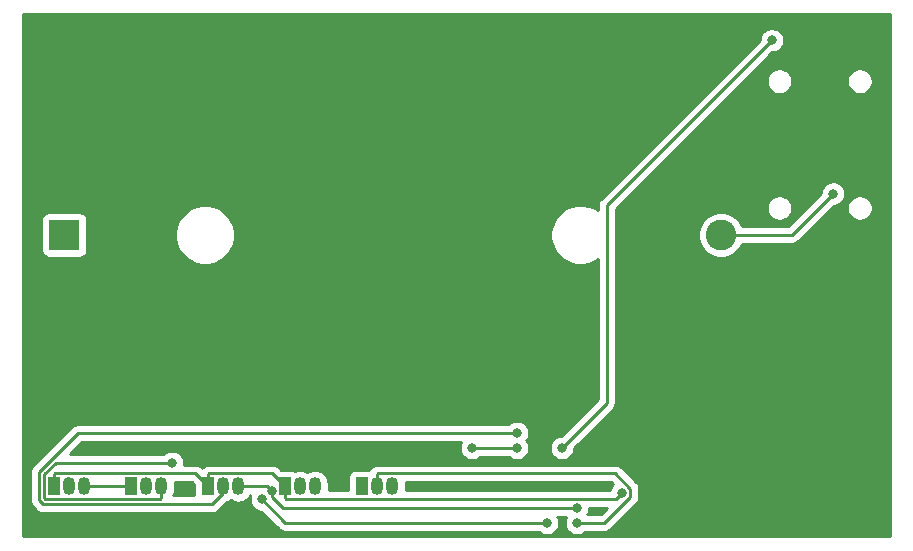
<source format=gbl>
G04 #@! TF.GenerationSoftware,KiCad,Pcbnew,5.1.9+dfsg1-1+deb11u1*
G04 #@! TF.CreationDate,2023-11-08T13:21:38-05:00*
G04 #@! TF.ProjectId,Unit1-04,556e6974-312d-4303-942e-6b696361645f,rev?*
G04 #@! TF.SameCoordinates,Original*
G04 #@! TF.FileFunction,Copper,L2,Bot*
G04 #@! TF.FilePolarity,Positive*
%FSLAX46Y46*%
G04 Gerber Fmt 4.6, Leading zero omitted, Abs format (unit mm)*
G04 Created by KiCad (PCBNEW 5.1.9+dfsg1-1+deb11u1) date 2023-11-08 13:21:38*
%MOMM*%
%LPD*%
G01*
G04 APERTURE LIST*
G04 #@! TA.AperFunction,ComponentPad*
%ADD10C,2.600000*%
G04 #@! TD*
G04 #@! TA.AperFunction,ComponentPad*
%ADD11R,2.600000X2.600000*%
G04 #@! TD*
G04 #@! TA.AperFunction,ComponentPad*
%ADD12O,1.050000X1.500000*%
G04 #@! TD*
G04 #@! TA.AperFunction,ComponentPad*
%ADD13R,1.050000X1.500000*%
G04 #@! TD*
G04 #@! TA.AperFunction,ViaPad*
%ADD14C,0.800000*%
G04 #@! TD*
G04 #@! TA.AperFunction,Conductor*
%ADD15C,0.250000*%
G04 #@! TD*
G04 #@! TA.AperFunction,NonConductor*
%ADD16C,0.254000*%
G04 #@! TD*
G04 #@! TA.AperFunction,NonConductor*
%ADD17C,0.100000*%
G04 #@! TD*
G04 APERTURE END LIST*
D10*
X165875001Y-91185001D03*
D11*
X110275001Y-91185001D03*
D12*
X110705001Y-112465001D03*
X111975001Y-112465001D03*
D13*
X109435001Y-112465001D03*
D12*
X117215001Y-112465001D03*
X118485001Y-112465001D03*
D13*
X115945001Y-112465001D03*
D12*
X123725001Y-112465001D03*
X124995001Y-112465001D03*
D13*
X122455001Y-112465001D03*
X128965001Y-112465001D03*
D12*
X131505001Y-112465001D03*
X130235001Y-112465001D03*
D13*
X135475001Y-112465001D03*
D12*
X138015001Y-112465001D03*
X136745001Y-112465001D03*
D14*
X175373288Y-87693552D03*
X165875001Y-91185001D03*
X119380000Y-110490000D03*
X118485001Y-112465001D03*
X110560003Y-112114991D03*
X144780000Y-109220000D03*
X148590000Y-109220000D03*
X157480000Y-113030000D03*
X128965001Y-112465001D03*
X122455001Y-112465001D03*
X109435001Y-112465001D03*
X148590000Y-107950000D03*
X123725001Y-112465001D03*
X153670000Y-114300000D03*
X127839999Y-112850000D03*
X151130000Y-115570000D03*
X127000000Y-113575000D03*
X153670000Y-115570000D03*
X136745001Y-112465001D03*
X170180000Y-74710001D03*
X152400000Y-109220000D03*
D15*
X171881839Y-91185001D02*
X165875001Y-91185001D01*
X175373288Y-87693552D02*
X171881839Y-91185001D01*
X118485001Y-113465001D02*
X118485001Y-112465001D01*
X118409991Y-113540011D02*
X118485001Y-113465001D01*
X108650009Y-113540011D02*
X118409991Y-113540011D01*
X108585000Y-113475002D02*
X108650009Y-113540011D01*
X108585000Y-111455000D02*
X108585000Y-113475002D01*
X109550000Y-110490000D02*
X108585000Y-111455000D01*
X119380000Y-110490000D02*
X109550000Y-110490000D01*
X110705001Y-112259989D02*
X110560003Y-112114991D01*
X110705001Y-112465001D02*
X110705001Y-112259989D01*
X144780000Y-109220000D02*
X148590000Y-109220000D01*
X111975001Y-112465001D02*
X115945001Y-112465001D01*
X128965001Y-113465001D02*
X128965001Y-112465001D01*
X129040011Y-113540011D02*
X128965001Y-113465001D01*
X156969989Y-113540011D02*
X129040011Y-113540011D01*
X157480000Y-113030000D02*
X156969989Y-113540011D01*
X122455001Y-111465001D02*
X122455001Y-112465001D01*
X122530011Y-111389991D02*
X122455001Y-111465001D01*
X127889991Y-111389991D02*
X122530011Y-111389991D01*
X128965001Y-112465001D02*
X127889991Y-111389991D01*
X109435001Y-111465001D02*
X109435001Y-112465001D01*
X109510011Y-111389991D02*
X109435001Y-111465001D01*
X121379991Y-111389991D02*
X109510011Y-111389991D01*
X122455001Y-112465001D02*
X121379991Y-111389991D01*
X123725001Y-113055003D02*
X123725001Y-112465001D01*
X122789983Y-113990021D02*
X123725001Y-113055003D01*
X108463609Y-113990021D02*
X122789983Y-113990021D01*
X108134991Y-113661403D02*
X108463609Y-113990021D01*
X108134990Y-111268600D02*
X108134991Y-113661403D01*
X111453590Y-107950000D02*
X108134990Y-111268600D01*
X148590000Y-107950000D02*
X111453590Y-107950000D01*
X127839999Y-113341997D02*
X127839999Y-112850000D01*
X128798002Y-114300000D02*
X127839999Y-113341997D01*
X153670000Y-114300000D02*
X128798002Y-114300000D01*
X127455000Y-112465001D02*
X127839999Y-112850000D01*
X124995001Y-112465001D02*
X127455000Y-112465001D01*
X128995000Y-115570000D02*
X127000000Y-113575000D01*
X151130000Y-115570000D02*
X128995000Y-115570000D01*
X136745001Y-111465001D02*
X136745001Y-112465001D01*
X136820011Y-111389991D02*
X136745001Y-111465001D01*
X156912993Y-111389991D02*
X136820011Y-111389991D01*
X158205001Y-112681999D02*
X156912993Y-111389991D01*
X158205001Y-113378001D02*
X158205001Y-112681999D01*
X156013002Y-115570000D02*
X158205001Y-113378001D01*
X153670000Y-115570000D02*
X156013002Y-115570000D01*
X156200002Y-88689999D02*
X170180000Y-74710001D01*
X156200002Y-105419998D02*
X156200002Y-88689999D01*
X152400000Y-109220000D02*
X156200002Y-105419998D01*
D16*
X180213000Y-116713000D02*
X106807000Y-116713000D01*
X106807000Y-111268600D01*
X107371314Y-111268600D01*
X107374990Y-111305923D01*
X107374992Y-113624071D01*
X107371315Y-113661403D01*
X107374992Y-113698735D01*
X107374992Y-113698736D01*
X107385989Y-113810389D01*
X107393132Y-113833937D01*
X107429445Y-113953649D01*
X107500017Y-114085679D01*
X107543782Y-114139006D01*
X107594991Y-114201404D01*
X107623989Y-114225202D01*
X107899805Y-114501018D01*
X107923608Y-114530022D01*
X108039333Y-114624995D01*
X108171362Y-114695567D01*
X108314623Y-114739024D01*
X108426276Y-114750021D01*
X108426285Y-114750021D01*
X108463608Y-114753697D01*
X108500931Y-114750021D01*
X122752661Y-114750021D01*
X122789983Y-114753697D01*
X122827305Y-114750021D01*
X122827316Y-114750021D01*
X122938969Y-114739024D01*
X123082230Y-114695567D01*
X123214259Y-114624995D01*
X123329984Y-114530022D01*
X123353787Y-114501019D01*
X124051717Y-113803089D01*
X124171061Y-113766886D01*
X124360002Y-113665895D01*
X124548942Y-113766886D01*
X124767602Y-113833216D01*
X124995001Y-113855613D01*
X125222401Y-113833216D01*
X125441061Y-113766886D01*
X125642580Y-113659172D01*
X125819213Y-113514213D01*
X125964172Y-113337580D01*
X126024346Y-113225001D01*
X126024698Y-113225001D01*
X126004774Y-113273102D01*
X125965000Y-113473061D01*
X125965000Y-113676939D01*
X126004774Y-113876898D01*
X126082795Y-114065256D01*
X126196063Y-114234774D01*
X126340226Y-114378937D01*
X126509744Y-114492205D01*
X126698102Y-114570226D01*
X126898061Y-114610000D01*
X126960199Y-114610000D01*
X128431201Y-116081003D01*
X128454999Y-116110001D01*
X128483997Y-116133799D01*
X128570723Y-116204974D01*
X128702753Y-116275546D01*
X128846014Y-116319003D01*
X128957667Y-116330000D01*
X128957676Y-116330000D01*
X128994999Y-116333676D01*
X129032322Y-116330000D01*
X150426289Y-116330000D01*
X150470226Y-116373937D01*
X150639744Y-116487205D01*
X150828102Y-116565226D01*
X151028061Y-116605000D01*
X151231939Y-116605000D01*
X151431898Y-116565226D01*
X151620256Y-116487205D01*
X151789774Y-116373937D01*
X151933937Y-116229774D01*
X152047205Y-116060256D01*
X152125226Y-115871898D01*
X152165000Y-115671939D01*
X152165000Y-115468061D01*
X152125226Y-115268102D01*
X152047205Y-115079744D01*
X152034013Y-115060000D01*
X152765987Y-115060000D01*
X152752795Y-115079744D01*
X152674774Y-115268102D01*
X152635000Y-115468061D01*
X152635000Y-115671939D01*
X152674774Y-115871898D01*
X152752795Y-116060256D01*
X152866063Y-116229774D01*
X153010226Y-116373937D01*
X153179744Y-116487205D01*
X153368102Y-116565226D01*
X153568061Y-116605000D01*
X153771939Y-116605000D01*
X153971898Y-116565226D01*
X154160256Y-116487205D01*
X154329774Y-116373937D01*
X154373711Y-116330000D01*
X155975680Y-116330000D01*
X156013002Y-116333676D01*
X156050324Y-116330000D01*
X156050335Y-116330000D01*
X156161988Y-116319003D01*
X156305249Y-116275546D01*
X156437278Y-116204974D01*
X156553003Y-116110001D01*
X156576806Y-116080997D01*
X158716005Y-113941799D01*
X158745002Y-113918002D01*
X158839975Y-113802277D01*
X158910547Y-113670248D01*
X158954004Y-113526987D01*
X158965001Y-113415334D01*
X158965001Y-113415326D01*
X158968677Y-113378001D01*
X158965001Y-113340676D01*
X158965001Y-112719321D01*
X158968677Y-112681998D01*
X158965001Y-112644675D01*
X158965001Y-112644666D01*
X158954004Y-112533013D01*
X158910547Y-112389752D01*
X158839975Y-112257723D01*
X158745002Y-112141998D01*
X158716004Y-112118200D01*
X157476797Y-110878994D01*
X157452994Y-110849990D01*
X157337269Y-110755017D01*
X157205240Y-110684445D01*
X157061979Y-110640988D01*
X156950326Y-110629991D01*
X156950315Y-110629991D01*
X156912993Y-110626315D01*
X156875671Y-110629991D01*
X136857333Y-110629991D01*
X136820010Y-110626315D01*
X136782688Y-110629991D01*
X136782678Y-110629991D01*
X136671025Y-110640988D01*
X136527764Y-110684445D01*
X136395735Y-110755017D01*
X136280010Y-110849990D01*
X136256207Y-110878994D01*
X136234004Y-110901197D01*
X136205000Y-110925000D01*
X136159653Y-110980256D01*
X136110027Y-111040725D01*
X136086141Y-111085413D01*
X136000001Y-111076929D01*
X134950001Y-111076929D01*
X134825519Y-111089189D01*
X134705821Y-111125499D01*
X134595507Y-111184464D01*
X134498816Y-111263816D01*
X134419464Y-111360507D01*
X134360499Y-111470821D01*
X134324189Y-111590519D01*
X134311929Y-111715001D01*
X134311929Y-112780011D01*
X132661748Y-112780011D01*
X132665001Y-112746979D01*
X132665001Y-112183022D01*
X132648216Y-112012601D01*
X132581886Y-111793941D01*
X132474172Y-111592422D01*
X132329213Y-111415789D01*
X132152579Y-111270830D01*
X131951060Y-111163116D01*
X131732400Y-111096786D01*
X131505001Y-111074389D01*
X131277601Y-111096786D01*
X131058941Y-111163116D01*
X130870001Y-111264107D01*
X130681060Y-111163116D01*
X130462400Y-111096786D01*
X130235001Y-111074389D01*
X130007601Y-111096786D01*
X129798903Y-111160094D01*
X129734181Y-111125499D01*
X129614483Y-111089189D01*
X129490001Y-111076929D01*
X128651730Y-111076929D01*
X128453795Y-110878993D01*
X128429992Y-110849990D01*
X128314267Y-110755017D01*
X128182238Y-110684445D01*
X128038977Y-110640988D01*
X127927324Y-110629991D01*
X127927313Y-110629991D01*
X127889991Y-110626315D01*
X127852669Y-110629991D01*
X122567333Y-110629991D01*
X122530010Y-110626315D01*
X122492688Y-110629991D01*
X122492678Y-110629991D01*
X122381025Y-110640988D01*
X122237764Y-110684445D01*
X122105735Y-110755017D01*
X121990010Y-110849990D01*
X121966207Y-110878994D01*
X121955001Y-110890200D01*
X121943795Y-110878993D01*
X121919992Y-110849990D01*
X121804267Y-110755017D01*
X121672238Y-110684445D01*
X121528977Y-110640988D01*
X121417324Y-110629991D01*
X121417313Y-110629991D01*
X121379991Y-110626315D01*
X121342669Y-110629991D01*
X120407431Y-110629991D01*
X120415000Y-110591939D01*
X120415000Y-110388061D01*
X120375226Y-110188102D01*
X120297205Y-109999744D01*
X120183937Y-109830226D01*
X120039774Y-109686063D01*
X119870256Y-109572795D01*
X119681898Y-109494774D01*
X119481939Y-109455000D01*
X119278061Y-109455000D01*
X119078102Y-109494774D01*
X118889744Y-109572795D01*
X118720226Y-109686063D01*
X118676289Y-109730000D01*
X110748392Y-109730000D01*
X111768392Y-108710000D01*
X143875987Y-108710000D01*
X143862795Y-108729744D01*
X143784774Y-108918102D01*
X143745000Y-109118061D01*
X143745000Y-109321939D01*
X143784774Y-109521898D01*
X143862795Y-109710256D01*
X143976063Y-109879774D01*
X144120226Y-110023937D01*
X144289744Y-110137205D01*
X144478102Y-110215226D01*
X144678061Y-110255000D01*
X144881939Y-110255000D01*
X145081898Y-110215226D01*
X145270256Y-110137205D01*
X145439774Y-110023937D01*
X145483711Y-109980000D01*
X147886289Y-109980000D01*
X147930226Y-110023937D01*
X148099744Y-110137205D01*
X148288102Y-110215226D01*
X148488061Y-110255000D01*
X148691939Y-110255000D01*
X148891898Y-110215226D01*
X149080256Y-110137205D01*
X149249774Y-110023937D01*
X149393937Y-109879774D01*
X149507205Y-109710256D01*
X149585226Y-109521898D01*
X149625000Y-109321939D01*
X149625000Y-109118061D01*
X151365000Y-109118061D01*
X151365000Y-109321939D01*
X151404774Y-109521898D01*
X151482795Y-109710256D01*
X151596063Y-109879774D01*
X151740226Y-110023937D01*
X151909744Y-110137205D01*
X152098102Y-110215226D01*
X152298061Y-110255000D01*
X152501939Y-110255000D01*
X152701898Y-110215226D01*
X152890256Y-110137205D01*
X153059774Y-110023937D01*
X153203937Y-109879774D01*
X153317205Y-109710256D01*
X153395226Y-109521898D01*
X153435000Y-109321939D01*
X153435000Y-109259801D01*
X156711006Y-105983796D01*
X156740003Y-105959999D01*
X156834976Y-105844274D01*
X156905548Y-105712245D01*
X156949005Y-105568984D01*
X156960002Y-105457331D01*
X156960002Y-105457322D01*
X156963678Y-105419999D01*
X156960002Y-105382676D01*
X156960002Y-90994420D01*
X163940001Y-90994420D01*
X163940001Y-91375582D01*
X164014362Y-91749420D01*
X164160226Y-92101567D01*
X164371988Y-92418492D01*
X164641510Y-92688014D01*
X164958435Y-92899776D01*
X165310582Y-93045640D01*
X165684420Y-93120001D01*
X166065582Y-93120001D01*
X166439420Y-93045640D01*
X166791567Y-92899776D01*
X167108492Y-92688014D01*
X167378014Y-92418492D01*
X167589776Y-92101567D01*
X167654628Y-91945001D01*
X171844517Y-91945001D01*
X171881839Y-91948677D01*
X171919161Y-91945001D01*
X171919172Y-91945001D01*
X172030825Y-91934004D01*
X172174086Y-91890547D01*
X172306115Y-91819975D01*
X172421840Y-91725002D01*
X172445643Y-91695998D01*
X175348504Y-88793137D01*
X176540001Y-88793137D01*
X176540001Y-89006863D01*
X176581697Y-89216483D01*
X176663486Y-89413940D01*
X176782226Y-89591647D01*
X176933354Y-89742775D01*
X177111061Y-89861515D01*
X177308518Y-89943304D01*
X177518138Y-89985000D01*
X177731864Y-89985000D01*
X177941484Y-89943304D01*
X178138941Y-89861515D01*
X178316648Y-89742775D01*
X178467776Y-89591647D01*
X178586516Y-89413940D01*
X178668305Y-89216483D01*
X178710001Y-89006863D01*
X178710001Y-88793137D01*
X178668305Y-88583517D01*
X178586516Y-88386060D01*
X178467776Y-88208353D01*
X178316648Y-88057225D01*
X178138941Y-87938485D01*
X177941484Y-87856696D01*
X177731864Y-87815000D01*
X177518138Y-87815000D01*
X177308518Y-87856696D01*
X177111061Y-87938485D01*
X176933354Y-88057225D01*
X176782226Y-88208353D01*
X176663486Y-88386060D01*
X176581697Y-88583517D01*
X176540001Y-88793137D01*
X175348504Y-88793137D01*
X175413090Y-88728552D01*
X175475227Y-88728552D01*
X175675186Y-88688778D01*
X175863544Y-88610757D01*
X176033062Y-88497489D01*
X176177225Y-88353326D01*
X176290493Y-88183808D01*
X176368514Y-87995450D01*
X176408288Y-87795491D01*
X176408288Y-87591613D01*
X176368514Y-87391654D01*
X176290493Y-87203296D01*
X176177225Y-87033778D01*
X176033062Y-86889615D01*
X175863544Y-86776347D01*
X175675186Y-86698326D01*
X175475227Y-86658552D01*
X175271349Y-86658552D01*
X175071390Y-86698326D01*
X174883032Y-86776347D01*
X174713514Y-86889615D01*
X174569351Y-87033778D01*
X174456083Y-87203296D01*
X174378062Y-87391654D01*
X174338288Y-87591613D01*
X174338288Y-87653750D01*
X171567038Y-90425001D01*
X167654628Y-90425001D01*
X167589776Y-90268435D01*
X167378014Y-89951510D01*
X167108492Y-89681988D01*
X166791567Y-89470226D01*
X166439420Y-89324362D01*
X166065582Y-89250001D01*
X165684420Y-89250001D01*
X165310582Y-89324362D01*
X164958435Y-89470226D01*
X164641510Y-89681988D01*
X164371988Y-89951510D01*
X164160226Y-90268435D01*
X164014362Y-90620582D01*
X163940001Y-90994420D01*
X156960002Y-90994420D01*
X156960002Y-89004800D01*
X157171665Y-88793137D01*
X169740001Y-88793137D01*
X169740001Y-89006863D01*
X169781697Y-89216483D01*
X169863486Y-89413940D01*
X169982226Y-89591647D01*
X170133354Y-89742775D01*
X170311061Y-89861515D01*
X170508518Y-89943304D01*
X170718138Y-89985000D01*
X170931864Y-89985000D01*
X171141484Y-89943304D01*
X171338941Y-89861515D01*
X171516648Y-89742775D01*
X171667776Y-89591647D01*
X171786516Y-89413940D01*
X171868305Y-89216483D01*
X171910001Y-89006863D01*
X171910001Y-88793137D01*
X171868305Y-88583517D01*
X171786516Y-88386060D01*
X171667776Y-88208353D01*
X171516648Y-88057225D01*
X171338941Y-87938485D01*
X171141484Y-87856696D01*
X170931864Y-87815000D01*
X170718138Y-87815000D01*
X170508518Y-87856696D01*
X170311061Y-87938485D01*
X170133354Y-88057225D01*
X169982226Y-88208353D01*
X169863486Y-88386060D01*
X169781697Y-88583517D01*
X169740001Y-88793137D01*
X157171665Y-88793137D01*
X167886664Y-78078138D01*
X169740001Y-78078138D01*
X169740001Y-78291864D01*
X169781697Y-78501484D01*
X169863486Y-78698941D01*
X169982226Y-78876648D01*
X170133354Y-79027776D01*
X170311061Y-79146516D01*
X170508518Y-79228305D01*
X170718138Y-79270001D01*
X170931864Y-79270001D01*
X171141484Y-79228305D01*
X171338941Y-79146516D01*
X171516648Y-79027776D01*
X171667776Y-78876648D01*
X171786516Y-78698941D01*
X171868305Y-78501484D01*
X171910001Y-78291864D01*
X171910001Y-78078138D01*
X176540001Y-78078138D01*
X176540001Y-78291864D01*
X176581697Y-78501484D01*
X176663486Y-78698941D01*
X176782226Y-78876648D01*
X176933354Y-79027776D01*
X177111061Y-79146516D01*
X177308518Y-79228305D01*
X177518138Y-79270001D01*
X177731864Y-79270001D01*
X177941484Y-79228305D01*
X178138941Y-79146516D01*
X178316648Y-79027776D01*
X178467776Y-78876648D01*
X178586516Y-78698941D01*
X178668305Y-78501484D01*
X178710001Y-78291864D01*
X178710001Y-78078138D01*
X178668305Y-77868518D01*
X178586516Y-77671061D01*
X178467776Y-77493354D01*
X178316648Y-77342226D01*
X178138941Y-77223486D01*
X177941484Y-77141697D01*
X177731864Y-77100001D01*
X177518138Y-77100001D01*
X177308518Y-77141697D01*
X177111061Y-77223486D01*
X176933354Y-77342226D01*
X176782226Y-77493354D01*
X176663486Y-77671061D01*
X176581697Y-77868518D01*
X176540001Y-78078138D01*
X171910001Y-78078138D01*
X171868305Y-77868518D01*
X171786516Y-77671061D01*
X171667776Y-77493354D01*
X171516648Y-77342226D01*
X171338941Y-77223486D01*
X171141484Y-77141697D01*
X170931864Y-77100001D01*
X170718138Y-77100001D01*
X170508518Y-77141697D01*
X170311061Y-77223486D01*
X170133354Y-77342226D01*
X169982226Y-77493354D01*
X169863486Y-77671061D01*
X169781697Y-77868518D01*
X169740001Y-78078138D01*
X167886664Y-78078138D01*
X170219802Y-75745001D01*
X170281939Y-75745001D01*
X170481898Y-75705227D01*
X170670256Y-75627206D01*
X170839774Y-75513938D01*
X170983937Y-75369775D01*
X171097205Y-75200257D01*
X171175226Y-75011899D01*
X171215000Y-74811940D01*
X171215000Y-74608062D01*
X171175226Y-74408103D01*
X171097205Y-74219745D01*
X170983937Y-74050227D01*
X170839774Y-73906064D01*
X170670256Y-73792796D01*
X170481898Y-73714775D01*
X170281939Y-73675001D01*
X170078061Y-73675001D01*
X169878102Y-73714775D01*
X169689744Y-73792796D01*
X169520226Y-73906064D01*
X169376063Y-74050227D01*
X169262795Y-74219745D01*
X169184774Y-74408103D01*
X169145000Y-74608062D01*
X169145000Y-74670199D01*
X155689000Y-88126200D01*
X155660002Y-88149998D01*
X155636204Y-88178996D01*
X155636203Y-88178997D01*
X155565028Y-88265723D01*
X155494456Y-88397753D01*
X155464203Y-88497489D01*
X155451000Y-88541013D01*
X155440003Y-88652666D01*
X155436326Y-88689999D01*
X155440003Y-88727332D01*
X155440003Y-89115066D01*
X155175774Y-88938513D01*
X154714433Y-88747419D01*
X154224677Y-88650001D01*
X153725325Y-88650001D01*
X153235569Y-88747419D01*
X152774228Y-88938513D01*
X152359033Y-89215938D01*
X152005938Y-89569033D01*
X151728513Y-89984228D01*
X151537419Y-90445569D01*
X151440001Y-90935325D01*
X151440001Y-91434677D01*
X151537419Y-91924433D01*
X151728513Y-92385774D01*
X152005938Y-92800969D01*
X152359033Y-93154064D01*
X152774228Y-93431489D01*
X153235569Y-93622583D01*
X153725325Y-93720001D01*
X154224677Y-93720001D01*
X154714433Y-93622583D01*
X155175774Y-93431489D01*
X155440003Y-93254937D01*
X155440002Y-105105196D01*
X152360199Y-108185000D01*
X152298061Y-108185000D01*
X152098102Y-108224774D01*
X151909744Y-108302795D01*
X151740226Y-108416063D01*
X151596063Y-108560226D01*
X151482795Y-108729744D01*
X151404774Y-108918102D01*
X151365000Y-109118061D01*
X149625000Y-109118061D01*
X149585226Y-108918102D01*
X149507205Y-108729744D01*
X149410490Y-108585000D01*
X149507205Y-108440256D01*
X149585226Y-108251898D01*
X149625000Y-108051939D01*
X149625000Y-107848061D01*
X149585226Y-107648102D01*
X149507205Y-107459744D01*
X149393937Y-107290226D01*
X149249774Y-107146063D01*
X149080256Y-107032795D01*
X148891898Y-106954774D01*
X148691939Y-106915000D01*
X148488061Y-106915000D01*
X148288102Y-106954774D01*
X148099744Y-107032795D01*
X147930226Y-107146063D01*
X147886289Y-107190000D01*
X111490912Y-107190000D01*
X111453589Y-107186324D01*
X111416266Y-107190000D01*
X111416257Y-107190000D01*
X111304604Y-107200997D01*
X111161343Y-107244454D01*
X111029313Y-107315026D01*
X110945673Y-107383668D01*
X110913589Y-107409999D01*
X110889791Y-107438997D01*
X107623987Y-110704802D01*
X107594989Y-110728600D01*
X107571191Y-110757598D01*
X107500016Y-110844324D01*
X107446739Y-110943998D01*
X107429444Y-110976354D01*
X107385987Y-111119615D01*
X107374990Y-111231268D01*
X107374990Y-111231278D01*
X107371314Y-111268600D01*
X106807000Y-111268600D01*
X106807000Y-89885001D01*
X108336929Y-89885001D01*
X108336929Y-92485001D01*
X108349189Y-92609483D01*
X108385499Y-92729181D01*
X108444464Y-92839495D01*
X108523816Y-92936186D01*
X108620507Y-93015538D01*
X108730821Y-93074503D01*
X108850519Y-93110813D01*
X108975001Y-93123073D01*
X111575001Y-93123073D01*
X111699483Y-93110813D01*
X111819181Y-93074503D01*
X111929495Y-93015538D01*
X112026186Y-92936186D01*
X112105538Y-92839495D01*
X112164503Y-92729181D01*
X112200813Y-92609483D01*
X112213073Y-92485001D01*
X112213073Y-90935325D01*
X119640001Y-90935325D01*
X119640001Y-91434677D01*
X119737419Y-91924433D01*
X119928513Y-92385774D01*
X120205938Y-92800969D01*
X120559033Y-93154064D01*
X120974228Y-93431489D01*
X121435569Y-93622583D01*
X121925325Y-93720001D01*
X122424677Y-93720001D01*
X122914433Y-93622583D01*
X123375774Y-93431489D01*
X123790969Y-93154064D01*
X124144064Y-92800969D01*
X124421489Y-92385774D01*
X124612583Y-91924433D01*
X124710001Y-91434677D01*
X124710001Y-90935325D01*
X124612583Y-90445569D01*
X124421489Y-89984228D01*
X124144064Y-89569033D01*
X123790969Y-89215938D01*
X123375774Y-88938513D01*
X122914433Y-88747419D01*
X122424677Y-88650001D01*
X121925325Y-88650001D01*
X121435569Y-88747419D01*
X120974228Y-88938513D01*
X120559033Y-89215938D01*
X120205938Y-89569033D01*
X119928513Y-89984228D01*
X119737419Y-90445569D01*
X119640001Y-90935325D01*
X112213073Y-90935325D01*
X112213073Y-89885001D01*
X112200813Y-89760519D01*
X112164503Y-89640821D01*
X112105538Y-89530507D01*
X112026186Y-89433816D01*
X111929495Y-89354464D01*
X111819181Y-89295499D01*
X111699483Y-89259189D01*
X111575001Y-89246929D01*
X108975001Y-89246929D01*
X108850519Y-89259189D01*
X108730821Y-89295499D01*
X108620507Y-89354464D01*
X108523816Y-89433816D01*
X108444464Y-89530507D01*
X108385499Y-89640821D01*
X108349189Y-89760519D01*
X108336929Y-89885001D01*
X106807000Y-89885001D01*
X106807000Y-72517000D01*
X180213000Y-72517000D01*
X180213000Y-116713000D01*
G04 #@! TA.AperFunction,NonConductor*
D17*
G36*
X180213000Y-116713000D02*
G01*
X106807000Y-116713000D01*
X106807000Y-111268600D01*
X107371314Y-111268600D01*
X107374990Y-111305923D01*
X107374992Y-113624071D01*
X107371315Y-113661403D01*
X107374992Y-113698735D01*
X107374992Y-113698736D01*
X107385989Y-113810389D01*
X107393132Y-113833937D01*
X107429445Y-113953649D01*
X107500017Y-114085679D01*
X107543782Y-114139006D01*
X107594991Y-114201404D01*
X107623989Y-114225202D01*
X107899805Y-114501018D01*
X107923608Y-114530022D01*
X108039333Y-114624995D01*
X108171362Y-114695567D01*
X108314623Y-114739024D01*
X108426276Y-114750021D01*
X108426285Y-114750021D01*
X108463608Y-114753697D01*
X108500931Y-114750021D01*
X122752661Y-114750021D01*
X122789983Y-114753697D01*
X122827305Y-114750021D01*
X122827316Y-114750021D01*
X122938969Y-114739024D01*
X123082230Y-114695567D01*
X123214259Y-114624995D01*
X123329984Y-114530022D01*
X123353787Y-114501019D01*
X124051717Y-113803089D01*
X124171061Y-113766886D01*
X124360002Y-113665895D01*
X124548942Y-113766886D01*
X124767602Y-113833216D01*
X124995001Y-113855613D01*
X125222401Y-113833216D01*
X125441061Y-113766886D01*
X125642580Y-113659172D01*
X125819213Y-113514213D01*
X125964172Y-113337580D01*
X126024346Y-113225001D01*
X126024698Y-113225001D01*
X126004774Y-113273102D01*
X125965000Y-113473061D01*
X125965000Y-113676939D01*
X126004774Y-113876898D01*
X126082795Y-114065256D01*
X126196063Y-114234774D01*
X126340226Y-114378937D01*
X126509744Y-114492205D01*
X126698102Y-114570226D01*
X126898061Y-114610000D01*
X126960199Y-114610000D01*
X128431201Y-116081003D01*
X128454999Y-116110001D01*
X128483997Y-116133799D01*
X128570723Y-116204974D01*
X128702753Y-116275546D01*
X128846014Y-116319003D01*
X128957667Y-116330000D01*
X128957676Y-116330000D01*
X128994999Y-116333676D01*
X129032322Y-116330000D01*
X150426289Y-116330000D01*
X150470226Y-116373937D01*
X150639744Y-116487205D01*
X150828102Y-116565226D01*
X151028061Y-116605000D01*
X151231939Y-116605000D01*
X151431898Y-116565226D01*
X151620256Y-116487205D01*
X151789774Y-116373937D01*
X151933937Y-116229774D01*
X152047205Y-116060256D01*
X152125226Y-115871898D01*
X152165000Y-115671939D01*
X152165000Y-115468061D01*
X152125226Y-115268102D01*
X152047205Y-115079744D01*
X152034013Y-115060000D01*
X152765987Y-115060000D01*
X152752795Y-115079744D01*
X152674774Y-115268102D01*
X152635000Y-115468061D01*
X152635000Y-115671939D01*
X152674774Y-115871898D01*
X152752795Y-116060256D01*
X152866063Y-116229774D01*
X153010226Y-116373937D01*
X153179744Y-116487205D01*
X153368102Y-116565226D01*
X153568061Y-116605000D01*
X153771939Y-116605000D01*
X153971898Y-116565226D01*
X154160256Y-116487205D01*
X154329774Y-116373937D01*
X154373711Y-116330000D01*
X155975680Y-116330000D01*
X156013002Y-116333676D01*
X156050324Y-116330000D01*
X156050335Y-116330000D01*
X156161988Y-116319003D01*
X156305249Y-116275546D01*
X156437278Y-116204974D01*
X156553003Y-116110001D01*
X156576806Y-116080997D01*
X158716005Y-113941799D01*
X158745002Y-113918002D01*
X158839975Y-113802277D01*
X158910547Y-113670248D01*
X158954004Y-113526987D01*
X158965001Y-113415334D01*
X158965001Y-113415326D01*
X158968677Y-113378001D01*
X158965001Y-113340676D01*
X158965001Y-112719321D01*
X158968677Y-112681998D01*
X158965001Y-112644675D01*
X158965001Y-112644666D01*
X158954004Y-112533013D01*
X158910547Y-112389752D01*
X158839975Y-112257723D01*
X158745002Y-112141998D01*
X158716004Y-112118200D01*
X157476797Y-110878994D01*
X157452994Y-110849990D01*
X157337269Y-110755017D01*
X157205240Y-110684445D01*
X157061979Y-110640988D01*
X156950326Y-110629991D01*
X156950315Y-110629991D01*
X156912993Y-110626315D01*
X156875671Y-110629991D01*
X136857333Y-110629991D01*
X136820010Y-110626315D01*
X136782688Y-110629991D01*
X136782678Y-110629991D01*
X136671025Y-110640988D01*
X136527764Y-110684445D01*
X136395735Y-110755017D01*
X136280010Y-110849990D01*
X136256207Y-110878994D01*
X136234004Y-110901197D01*
X136205000Y-110925000D01*
X136159653Y-110980256D01*
X136110027Y-111040725D01*
X136086141Y-111085413D01*
X136000001Y-111076929D01*
X134950001Y-111076929D01*
X134825519Y-111089189D01*
X134705821Y-111125499D01*
X134595507Y-111184464D01*
X134498816Y-111263816D01*
X134419464Y-111360507D01*
X134360499Y-111470821D01*
X134324189Y-111590519D01*
X134311929Y-111715001D01*
X134311929Y-112780011D01*
X132661748Y-112780011D01*
X132665001Y-112746979D01*
X132665001Y-112183022D01*
X132648216Y-112012601D01*
X132581886Y-111793941D01*
X132474172Y-111592422D01*
X132329213Y-111415789D01*
X132152579Y-111270830D01*
X131951060Y-111163116D01*
X131732400Y-111096786D01*
X131505001Y-111074389D01*
X131277601Y-111096786D01*
X131058941Y-111163116D01*
X130870001Y-111264107D01*
X130681060Y-111163116D01*
X130462400Y-111096786D01*
X130235001Y-111074389D01*
X130007601Y-111096786D01*
X129798903Y-111160094D01*
X129734181Y-111125499D01*
X129614483Y-111089189D01*
X129490001Y-111076929D01*
X128651730Y-111076929D01*
X128453795Y-110878993D01*
X128429992Y-110849990D01*
X128314267Y-110755017D01*
X128182238Y-110684445D01*
X128038977Y-110640988D01*
X127927324Y-110629991D01*
X127927313Y-110629991D01*
X127889991Y-110626315D01*
X127852669Y-110629991D01*
X122567333Y-110629991D01*
X122530010Y-110626315D01*
X122492688Y-110629991D01*
X122492678Y-110629991D01*
X122381025Y-110640988D01*
X122237764Y-110684445D01*
X122105735Y-110755017D01*
X121990010Y-110849990D01*
X121966207Y-110878994D01*
X121955001Y-110890200D01*
X121943795Y-110878993D01*
X121919992Y-110849990D01*
X121804267Y-110755017D01*
X121672238Y-110684445D01*
X121528977Y-110640988D01*
X121417324Y-110629991D01*
X121417313Y-110629991D01*
X121379991Y-110626315D01*
X121342669Y-110629991D01*
X120407431Y-110629991D01*
X120415000Y-110591939D01*
X120415000Y-110388061D01*
X120375226Y-110188102D01*
X120297205Y-109999744D01*
X120183937Y-109830226D01*
X120039774Y-109686063D01*
X119870256Y-109572795D01*
X119681898Y-109494774D01*
X119481939Y-109455000D01*
X119278061Y-109455000D01*
X119078102Y-109494774D01*
X118889744Y-109572795D01*
X118720226Y-109686063D01*
X118676289Y-109730000D01*
X110748392Y-109730000D01*
X111768392Y-108710000D01*
X143875987Y-108710000D01*
X143862795Y-108729744D01*
X143784774Y-108918102D01*
X143745000Y-109118061D01*
X143745000Y-109321939D01*
X143784774Y-109521898D01*
X143862795Y-109710256D01*
X143976063Y-109879774D01*
X144120226Y-110023937D01*
X144289744Y-110137205D01*
X144478102Y-110215226D01*
X144678061Y-110255000D01*
X144881939Y-110255000D01*
X145081898Y-110215226D01*
X145270256Y-110137205D01*
X145439774Y-110023937D01*
X145483711Y-109980000D01*
X147886289Y-109980000D01*
X147930226Y-110023937D01*
X148099744Y-110137205D01*
X148288102Y-110215226D01*
X148488061Y-110255000D01*
X148691939Y-110255000D01*
X148891898Y-110215226D01*
X149080256Y-110137205D01*
X149249774Y-110023937D01*
X149393937Y-109879774D01*
X149507205Y-109710256D01*
X149585226Y-109521898D01*
X149625000Y-109321939D01*
X149625000Y-109118061D01*
X151365000Y-109118061D01*
X151365000Y-109321939D01*
X151404774Y-109521898D01*
X151482795Y-109710256D01*
X151596063Y-109879774D01*
X151740226Y-110023937D01*
X151909744Y-110137205D01*
X152098102Y-110215226D01*
X152298061Y-110255000D01*
X152501939Y-110255000D01*
X152701898Y-110215226D01*
X152890256Y-110137205D01*
X153059774Y-110023937D01*
X153203937Y-109879774D01*
X153317205Y-109710256D01*
X153395226Y-109521898D01*
X153435000Y-109321939D01*
X153435000Y-109259801D01*
X156711006Y-105983796D01*
X156740003Y-105959999D01*
X156834976Y-105844274D01*
X156905548Y-105712245D01*
X156949005Y-105568984D01*
X156960002Y-105457331D01*
X156960002Y-105457322D01*
X156963678Y-105419999D01*
X156960002Y-105382676D01*
X156960002Y-90994420D01*
X163940001Y-90994420D01*
X163940001Y-91375582D01*
X164014362Y-91749420D01*
X164160226Y-92101567D01*
X164371988Y-92418492D01*
X164641510Y-92688014D01*
X164958435Y-92899776D01*
X165310582Y-93045640D01*
X165684420Y-93120001D01*
X166065582Y-93120001D01*
X166439420Y-93045640D01*
X166791567Y-92899776D01*
X167108492Y-92688014D01*
X167378014Y-92418492D01*
X167589776Y-92101567D01*
X167654628Y-91945001D01*
X171844517Y-91945001D01*
X171881839Y-91948677D01*
X171919161Y-91945001D01*
X171919172Y-91945001D01*
X172030825Y-91934004D01*
X172174086Y-91890547D01*
X172306115Y-91819975D01*
X172421840Y-91725002D01*
X172445643Y-91695998D01*
X175348504Y-88793137D01*
X176540001Y-88793137D01*
X176540001Y-89006863D01*
X176581697Y-89216483D01*
X176663486Y-89413940D01*
X176782226Y-89591647D01*
X176933354Y-89742775D01*
X177111061Y-89861515D01*
X177308518Y-89943304D01*
X177518138Y-89985000D01*
X177731864Y-89985000D01*
X177941484Y-89943304D01*
X178138941Y-89861515D01*
X178316648Y-89742775D01*
X178467776Y-89591647D01*
X178586516Y-89413940D01*
X178668305Y-89216483D01*
X178710001Y-89006863D01*
X178710001Y-88793137D01*
X178668305Y-88583517D01*
X178586516Y-88386060D01*
X178467776Y-88208353D01*
X178316648Y-88057225D01*
X178138941Y-87938485D01*
X177941484Y-87856696D01*
X177731864Y-87815000D01*
X177518138Y-87815000D01*
X177308518Y-87856696D01*
X177111061Y-87938485D01*
X176933354Y-88057225D01*
X176782226Y-88208353D01*
X176663486Y-88386060D01*
X176581697Y-88583517D01*
X176540001Y-88793137D01*
X175348504Y-88793137D01*
X175413090Y-88728552D01*
X175475227Y-88728552D01*
X175675186Y-88688778D01*
X175863544Y-88610757D01*
X176033062Y-88497489D01*
X176177225Y-88353326D01*
X176290493Y-88183808D01*
X176368514Y-87995450D01*
X176408288Y-87795491D01*
X176408288Y-87591613D01*
X176368514Y-87391654D01*
X176290493Y-87203296D01*
X176177225Y-87033778D01*
X176033062Y-86889615D01*
X175863544Y-86776347D01*
X175675186Y-86698326D01*
X175475227Y-86658552D01*
X175271349Y-86658552D01*
X175071390Y-86698326D01*
X174883032Y-86776347D01*
X174713514Y-86889615D01*
X174569351Y-87033778D01*
X174456083Y-87203296D01*
X174378062Y-87391654D01*
X174338288Y-87591613D01*
X174338288Y-87653750D01*
X171567038Y-90425001D01*
X167654628Y-90425001D01*
X167589776Y-90268435D01*
X167378014Y-89951510D01*
X167108492Y-89681988D01*
X166791567Y-89470226D01*
X166439420Y-89324362D01*
X166065582Y-89250001D01*
X165684420Y-89250001D01*
X165310582Y-89324362D01*
X164958435Y-89470226D01*
X164641510Y-89681988D01*
X164371988Y-89951510D01*
X164160226Y-90268435D01*
X164014362Y-90620582D01*
X163940001Y-90994420D01*
X156960002Y-90994420D01*
X156960002Y-89004800D01*
X157171665Y-88793137D01*
X169740001Y-88793137D01*
X169740001Y-89006863D01*
X169781697Y-89216483D01*
X169863486Y-89413940D01*
X169982226Y-89591647D01*
X170133354Y-89742775D01*
X170311061Y-89861515D01*
X170508518Y-89943304D01*
X170718138Y-89985000D01*
X170931864Y-89985000D01*
X171141484Y-89943304D01*
X171338941Y-89861515D01*
X171516648Y-89742775D01*
X171667776Y-89591647D01*
X171786516Y-89413940D01*
X171868305Y-89216483D01*
X171910001Y-89006863D01*
X171910001Y-88793137D01*
X171868305Y-88583517D01*
X171786516Y-88386060D01*
X171667776Y-88208353D01*
X171516648Y-88057225D01*
X171338941Y-87938485D01*
X171141484Y-87856696D01*
X170931864Y-87815000D01*
X170718138Y-87815000D01*
X170508518Y-87856696D01*
X170311061Y-87938485D01*
X170133354Y-88057225D01*
X169982226Y-88208353D01*
X169863486Y-88386060D01*
X169781697Y-88583517D01*
X169740001Y-88793137D01*
X157171665Y-88793137D01*
X167886664Y-78078138D01*
X169740001Y-78078138D01*
X169740001Y-78291864D01*
X169781697Y-78501484D01*
X169863486Y-78698941D01*
X169982226Y-78876648D01*
X170133354Y-79027776D01*
X170311061Y-79146516D01*
X170508518Y-79228305D01*
X170718138Y-79270001D01*
X170931864Y-79270001D01*
X171141484Y-79228305D01*
X171338941Y-79146516D01*
X171516648Y-79027776D01*
X171667776Y-78876648D01*
X171786516Y-78698941D01*
X171868305Y-78501484D01*
X171910001Y-78291864D01*
X171910001Y-78078138D01*
X176540001Y-78078138D01*
X176540001Y-78291864D01*
X176581697Y-78501484D01*
X176663486Y-78698941D01*
X176782226Y-78876648D01*
X176933354Y-79027776D01*
X177111061Y-79146516D01*
X177308518Y-79228305D01*
X177518138Y-79270001D01*
X177731864Y-79270001D01*
X177941484Y-79228305D01*
X178138941Y-79146516D01*
X178316648Y-79027776D01*
X178467776Y-78876648D01*
X178586516Y-78698941D01*
X178668305Y-78501484D01*
X178710001Y-78291864D01*
X178710001Y-78078138D01*
X178668305Y-77868518D01*
X178586516Y-77671061D01*
X178467776Y-77493354D01*
X178316648Y-77342226D01*
X178138941Y-77223486D01*
X177941484Y-77141697D01*
X177731864Y-77100001D01*
X177518138Y-77100001D01*
X177308518Y-77141697D01*
X177111061Y-77223486D01*
X176933354Y-77342226D01*
X176782226Y-77493354D01*
X176663486Y-77671061D01*
X176581697Y-77868518D01*
X176540001Y-78078138D01*
X171910001Y-78078138D01*
X171868305Y-77868518D01*
X171786516Y-77671061D01*
X171667776Y-77493354D01*
X171516648Y-77342226D01*
X171338941Y-77223486D01*
X171141484Y-77141697D01*
X170931864Y-77100001D01*
X170718138Y-77100001D01*
X170508518Y-77141697D01*
X170311061Y-77223486D01*
X170133354Y-77342226D01*
X169982226Y-77493354D01*
X169863486Y-77671061D01*
X169781697Y-77868518D01*
X169740001Y-78078138D01*
X167886664Y-78078138D01*
X170219802Y-75745001D01*
X170281939Y-75745001D01*
X170481898Y-75705227D01*
X170670256Y-75627206D01*
X170839774Y-75513938D01*
X170983937Y-75369775D01*
X171097205Y-75200257D01*
X171175226Y-75011899D01*
X171215000Y-74811940D01*
X171215000Y-74608062D01*
X171175226Y-74408103D01*
X171097205Y-74219745D01*
X170983937Y-74050227D01*
X170839774Y-73906064D01*
X170670256Y-73792796D01*
X170481898Y-73714775D01*
X170281939Y-73675001D01*
X170078061Y-73675001D01*
X169878102Y-73714775D01*
X169689744Y-73792796D01*
X169520226Y-73906064D01*
X169376063Y-74050227D01*
X169262795Y-74219745D01*
X169184774Y-74408103D01*
X169145000Y-74608062D01*
X169145000Y-74670199D01*
X155689000Y-88126200D01*
X155660002Y-88149998D01*
X155636204Y-88178996D01*
X155636203Y-88178997D01*
X155565028Y-88265723D01*
X155494456Y-88397753D01*
X155464203Y-88497489D01*
X155451000Y-88541013D01*
X155440003Y-88652666D01*
X155436326Y-88689999D01*
X155440003Y-88727332D01*
X155440003Y-89115066D01*
X155175774Y-88938513D01*
X154714433Y-88747419D01*
X154224677Y-88650001D01*
X153725325Y-88650001D01*
X153235569Y-88747419D01*
X152774228Y-88938513D01*
X152359033Y-89215938D01*
X152005938Y-89569033D01*
X151728513Y-89984228D01*
X151537419Y-90445569D01*
X151440001Y-90935325D01*
X151440001Y-91434677D01*
X151537419Y-91924433D01*
X151728513Y-92385774D01*
X152005938Y-92800969D01*
X152359033Y-93154064D01*
X152774228Y-93431489D01*
X153235569Y-93622583D01*
X153725325Y-93720001D01*
X154224677Y-93720001D01*
X154714433Y-93622583D01*
X155175774Y-93431489D01*
X155440003Y-93254937D01*
X155440002Y-105105196D01*
X152360199Y-108185000D01*
X152298061Y-108185000D01*
X152098102Y-108224774D01*
X151909744Y-108302795D01*
X151740226Y-108416063D01*
X151596063Y-108560226D01*
X151482795Y-108729744D01*
X151404774Y-108918102D01*
X151365000Y-109118061D01*
X149625000Y-109118061D01*
X149585226Y-108918102D01*
X149507205Y-108729744D01*
X149410490Y-108585000D01*
X149507205Y-108440256D01*
X149585226Y-108251898D01*
X149625000Y-108051939D01*
X149625000Y-107848061D01*
X149585226Y-107648102D01*
X149507205Y-107459744D01*
X149393937Y-107290226D01*
X149249774Y-107146063D01*
X149080256Y-107032795D01*
X148891898Y-106954774D01*
X148691939Y-106915000D01*
X148488061Y-106915000D01*
X148288102Y-106954774D01*
X148099744Y-107032795D01*
X147930226Y-107146063D01*
X147886289Y-107190000D01*
X111490912Y-107190000D01*
X111453589Y-107186324D01*
X111416266Y-107190000D01*
X111416257Y-107190000D01*
X111304604Y-107200997D01*
X111161343Y-107244454D01*
X111029313Y-107315026D01*
X110945673Y-107383668D01*
X110913589Y-107409999D01*
X110889791Y-107438997D01*
X107623987Y-110704802D01*
X107594989Y-110728600D01*
X107571191Y-110757598D01*
X107500016Y-110844324D01*
X107446739Y-110943998D01*
X107429444Y-110976354D01*
X107385987Y-111119615D01*
X107374990Y-111231268D01*
X107374990Y-111231278D01*
X107371314Y-111268600D01*
X106807000Y-111268600D01*
X106807000Y-89885001D01*
X108336929Y-89885001D01*
X108336929Y-92485001D01*
X108349189Y-92609483D01*
X108385499Y-92729181D01*
X108444464Y-92839495D01*
X108523816Y-92936186D01*
X108620507Y-93015538D01*
X108730821Y-93074503D01*
X108850519Y-93110813D01*
X108975001Y-93123073D01*
X111575001Y-93123073D01*
X111699483Y-93110813D01*
X111819181Y-93074503D01*
X111929495Y-93015538D01*
X112026186Y-92936186D01*
X112105538Y-92839495D01*
X112164503Y-92729181D01*
X112200813Y-92609483D01*
X112213073Y-92485001D01*
X112213073Y-90935325D01*
X119640001Y-90935325D01*
X119640001Y-91434677D01*
X119737419Y-91924433D01*
X119928513Y-92385774D01*
X120205938Y-92800969D01*
X120559033Y-93154064D01*
X120974228Y-93431489D01*
X121435569Y-93622583D01*
X121925325Y-93720001D01*
X122424677Y-93720001D01*
X122914433Y-93622583D01*
X123375774Y-93431489D01*
X123790969Y-93154064D01*
X124144064Y-92800969D01*
X124421489Y-92385774D01*
X124612583Y-91924433D01*
X124710001Y-91434677D01*
X124710001Y-90935325D01*
X124612583Y-90445569D01*
X124421489Y-89984228D01*
X124144064Y-89569033D01*
X123790969Y-89215938D01*
X123375774Y-88938513D01*
X122914433Y-88747419D01*
X122424677Y-88650001D01*
X121925325Y-88650001D01*
X121435569Y-88747419D01*
X120974228Y-88938513D01*
X120559033Y-89215938D01*
X120205938Y-89569033D01*
X119928513Y-89984228D01*
X119737419Y-90445569D01*
X119640001Y-90935325D01*
X112213073Y-90935325D01*
X112213073Y-89885001D01*
X112200813Y-89760519D01*
X112164503Y-89640821D01*
X112105538Y-89530507D01*
X112026186Y-89433816D01*
X111929495Y-89354464D01*
X111819181Y-89295499D01*
X111699483Y-89259189D01*
X111575001Y-89246929D01*
X108975001Y-89246929D01*
X108850519Y-89259189D01*
X108730821Y-89295499D01*
X108620507Y-89354464D01*
X108523816Y-89433816D01*
X108444464Y-89530507D01*
X108385499Y-89640821D01*
X108349189Y-89760519D01*
X108336929Y-89885001D01*
X106807000Y-89885001D01*
X106807000Y-72517000D01*
X180213000Y-72517000D01*
X180213000Y-116713000D01*
G37*
G04 #@! TD.AperFunction*
D16*
X155698201Y-114810000D02*
X154574013Y-114810000D01*
X154587205Y-114790256D01*
X154665226Y-114601898D01*
X154705000Y-114401939D01*
X154705000Y-114300011D01*
X156208190Y-114300011D01*
X155698201Y-114810000D01*
G04 #@! TA.AperFunction,NonConductor*
D17*
G36*
X155698201Y-114810000D02*
G01*
X154574013Y-114810000D01*
X154587205Y-114790256D01*
X154665226Y-114601898D01*
X154705000Y-114401939D01*
X154705000Y-114300011D01*
X156208190Y-114300011D01*
X155698201Y-114810000D01*
G37*
G04 #@! TD.AperFunction*
D16*
X121291929Y-112376730D02*
X121291929Y-113215001D01*
X121293408Y-113230021D01*
X119511663Y-113230021D01*
X119561886Y-113136060D01*
X119628216Y-112917400D01*
X119645001Y-112746979D01*
X119645001Y-112183022D01*
X119641748Y-112149991D01*
X121065190Y-112149991D01*
X121291929Y-112376730D01*
G04 #@! TA.AperFunction,NonConductor*
D17*
G36*
X121291929Y-112376730D02*
G01*
X121291929Y-113215001D01*
X121293408Y-113230021D01*
X119511663Y-113230021D01*
X119561886Y-113136060D01*
X119628216Y-112917400D01*
X119645001Y-112746979D01*
X119645001Y-112183022D01*
X119641748Y-112149991D01*
X121065190Y-112149991D01*
X121291929Y-112376730D01*
G37*
G04 #@! TD.AperFunction*
D16*
X156747245Y-112299044D02*
X156676063Y-112370226D01*
X156562795Y-112539744D01*
X156484774Y-112728102D01*
X156474449Y-112780011D01*
X139171748Y-112780011D01*
X139175001Y-112746979D01*
X139175001Y-112183022D01*
X139171748Y-112149991D01*
X156598192Y-112149991D01*
X156747245Y-112299044D01*
G04 #@! TA.AperFunction,NonConductor*
D17*
G36*
X156747245Y-112299044D02*
G01*
X156676063Y-112370226D01*
X156562795Y-112539744D01*
X156484774Y-112728102D01*
X156474449Y-112780011D01*
X139171748Y-112780011D01*
X139175001Y-112746979D01*
X139175001Y-112183022D01*
X139171748Y-112149991D01*
X156598192Y-112149991D01*
X156747245Y-112299044D01*
G37*
G04 #@! TD.AperFunction*
M02*

</source>
